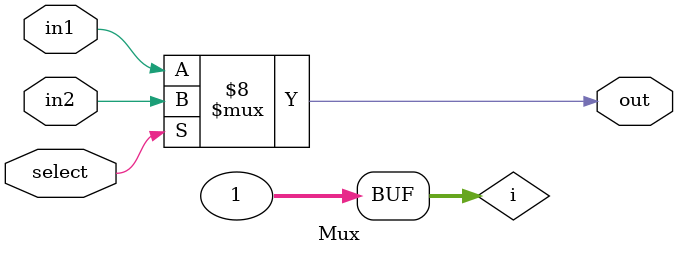
<source format=v>
module Mux(select, in1, in2, out);
    parameter n = 1;
    input select;
    input [n-1:0] in1, in2;
    output reg [n-1:0] out;
    integer i;

    always @(select, in1, in2) begin
        if(select == 0)
            for(i = 0; i<n; i++) begin
                out[i] <= in1[i];
            end
        else
            for(i = 0; i<n; i++) begin
                out[i] <= in2[i];
            end
    end
endmodule
</source>
